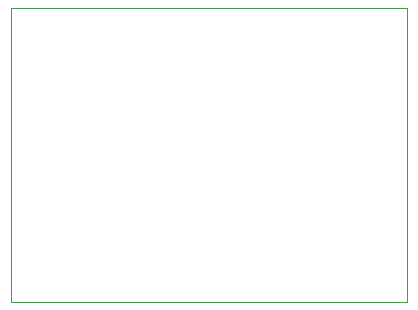
<source format=gbr>
G04 (created by PCBNEW (2013-07-07 BZR 4022)-stable) date 3/8/2015 7:19:45 AM*
%MOIN*%
G04 Gerber Fmt 3.4, Leading zero omitted, Abs format*
%FSLAX34Y34*%
G01*
G70*
G90*
G04 APERTURE LIST*
%ADD10C,0.00590551*%
%ADD11C,0.00393701*%
G04 APERTURE END LIST*
G54D10*
G54D11*
X19581Y-5970D02*
X19591Y-5970D01*
X19581Y-5890D02*
X19581Y-5970D01*
X6381Y-5890D02*
X19581Y-5890D01*
X6387Y-5896D02*
X6365Y-5896D01*
X6387Y-15686D02*
X6387Y-5896D01*
X19587Y-15686D02*
X6387Y-15686D01*
X19587Y-5896D02*
X19587Y-15686D01*
M02*

</source>
